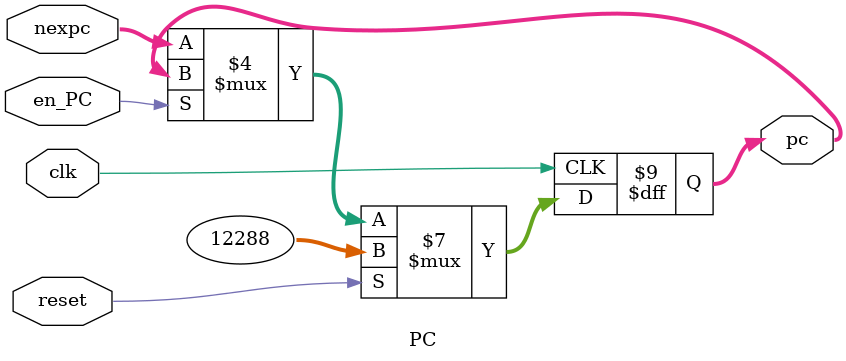
<source format=v>
`timescale 1ns / 1ps
module PC(
    input clk,
    input reset,
	 input en_PC,
	 input [31:0]nexpc,
    output reg [31:0] pc
    );
	 initial begin
		pc<=32'h00003000;
	 end
	 always @(posedge clk)begin
			if (reset)begin
				pc<=32'h00003000;
			end
			else if (!en_PC) begin
				pc<=nexpc;
			end
	 end

endmodule

</source>
